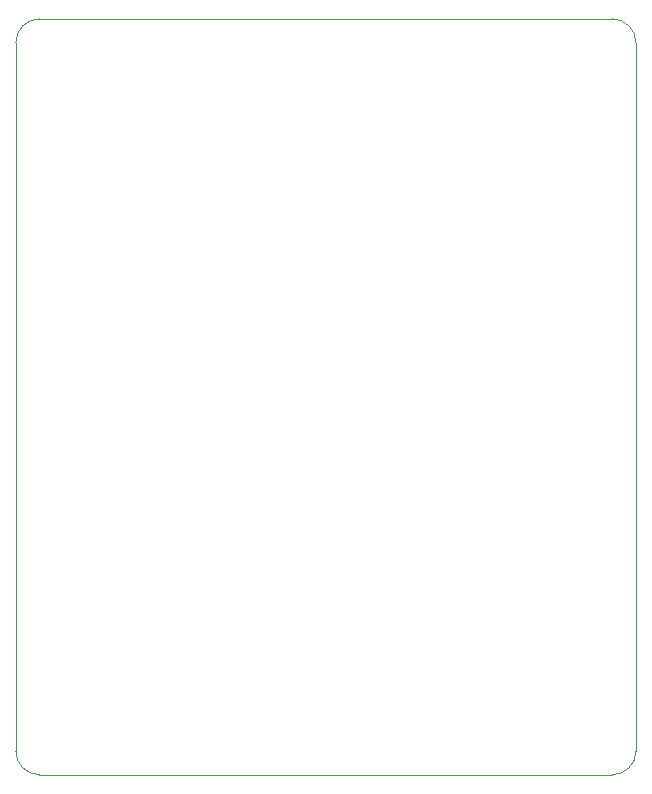
<source format=gbr>
%TF.GenerationSoftware,KiCad,Pcbnew,9.0.0*%
%TF.CreationDate,2025-03-16T21:38:06-04:00*%
%TF.ProjectId,STM32_Dev_Board,53544d33-325f-4446-9576-5f426f617264,rev?*%
%TF.SameCoordinates,Original*%
%TF.FileFunction,Profile,NP*%
%FSLAX46Y46*%
G04 Gerber Fmt 4.6, Leading zero omitted, Abs format (unit mm)*
G04 Created by KiCad (PCBNEW 9.0.0) date 2025-03-16 21:38:06*
%MOMM*%
%LPD*%
G01*
G04 APERTURE LIST*
%TA.AperFunction,Profile*%
%ADD10C,0.050000*%
%TD*%
G04 APERTURE END LIST*
D10*
X165500000Y-82000000D02*
G75*
G02*
X167500000Y-84000000I0J-2000000D01*
G01*
X115000000Y-84000000D02*
G75*
G02*
X117000000Y-82000000I2000000J0D01*
G01*
X115000000Y-84000000D02*
X115000000Y-144000000D01*
X167500000Y-144000000D02*
X167500000Y-84000000D01*
X165500000Y-82000000D02*
X117000000Y-82000000D01*
X165500000Y-146000000D02*
X117000000Y-146000000D01*
X167500000Y-144000000D02*
G75*
G02*
X165500000Y-146000000I-2000000J0D01*
G01*
X117000000Y-146000000D02*
G75*
G02*
X115000000Y-144000000I0J2000000D01*
G01*
M02*

</source>
